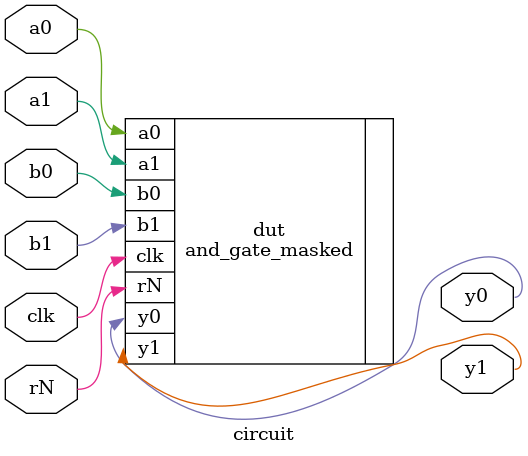
<source format=v>
module circuit (
    input  wire clk,

    input  wire a0,
    input  wire a1,
    input  wire b0,
    input  wire b1,

    input  wire rN,

    output wire y0,
    output wire y1
);

    and_gate_masked dut (
        .clk(clk),
        .a0(a0),
        .a1(a1),
        .b0(b0),
        .b1(b1),
        .rN(rN),
        .y0(y0),
        .y1(y1)
    );

endmodule

</source>
